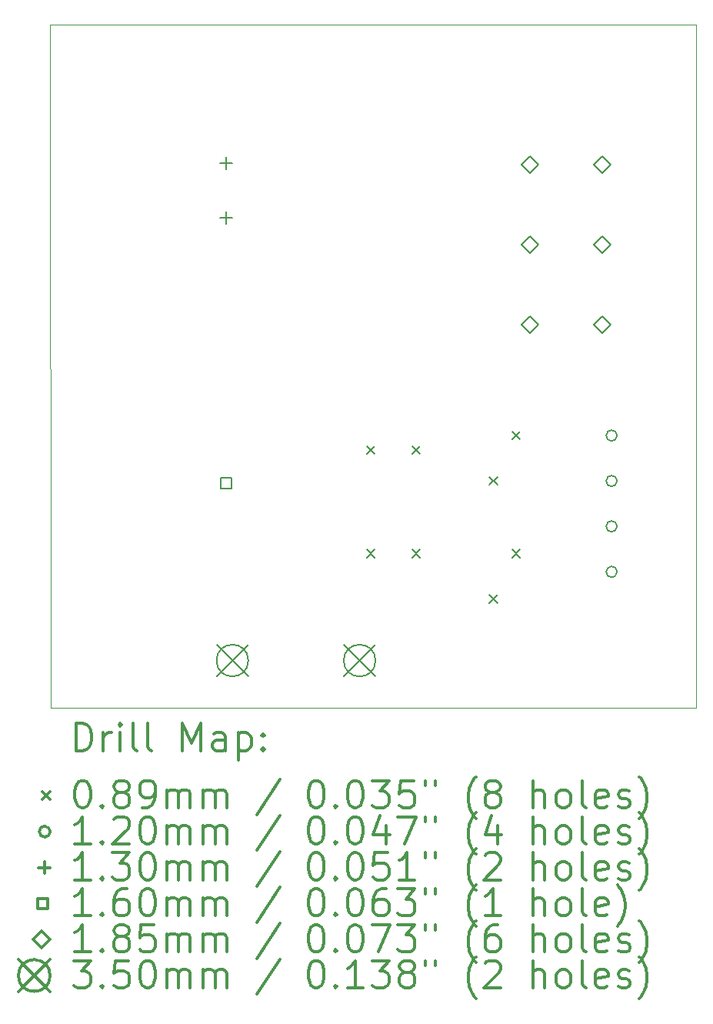
<source format=gbr>
%FSLAX45Y45*%
G04 Gerber Fmt 4.5, Leading zero omitted, Abs format (unit mm)*
G04 Created by KiCad (PCBNEW (5.1.6-0-10_14)) date 2020-08-23 23:08:51*
%MOMM*%
%LPD*%
G01*
G04 APERTURE LIST*
%TA.AperFunction,Profile*%
%ADD10C,0.050000*%
%TD*%
%ADD11C,0.200000*%
%ADD12C,0.300000*%
G04 APERTURE END LIST*
D10*
X18026000Y-6273800D02*
X10922000Y-6273800D01*
X18026000Y-13800000D02*
X18026000Y-6273800D01*
X10926140Y-13800000D02*
X18026000Y-13800000D01*
X10922000Y-6273800D02*
X10926140Y-13800000D01*
D11*
X14405750Y-12055750D02*
X14494250Y-12144250D01*
X14494250Y-12055750D02*
X14405750Y-12144250D01*
X14905750Y-12055750D02*
X14994250Y-12144250D01*
X14994250Y-12055750D02*
X14905750Y-12144250D01*
X15755750Y-11255750D02*
X15844250Y-11344250D01*
X15844250Y-11255750D02*
X15755750Y-11344250D01*
X16005750Y-10755750D02*
X16094250Y-10844250D01*
X16094250Y-10755750D02*
X16005750Y-10844250D01*
X14405750Y-10913590D02*
X14494250Y-11002090D01*
X14494250Y-10913590D02*
X14405750Y-11002090D01*
X14905750Y-10913590D02*
X14994250Y-11002090D01*
X14994250Y-10913590D02*
X14905750Y-11002090D01*
X15755750Y-12555750D02*
X15844250Y-12644250D01*
X15844250Y-12555750D02*
X15755750Y-12644250D01*
X16005750Y-12055750D02*
X16094250Y-12144250D01*
X16094250Y-12055750D02*
X16005750Y-12144250D01*
X17160000Y-10800000D02*
G75*
G03*
X17160000Y-10800000I-60000J0D01*
G01*
X17160000Y-11300000D02*
G75*
G03*
X17160000Y-11300000I-60000J0D01*
G01*
X17160000Y-11800000D02*
G75*
G03*
X17160000Y-11800000I-60000J0D01*
G01*
X17160000Y-12300000D02*
G75*
G03*
X17160000Y-12300000I-60000J0D01*
G01*
X12857440Y-7738180D02*
X12857440Y-7868180D01*
X12792440Y-7803180D02*
X12922440Y-7803180D01*
X12857440Y-8338180D02*
X12857440Y-8468180D01*
X12792440Y-8403180D02*
X12922440Y-8403180D01*
X12914009Y-11379749D02*
X12914009Y-11266611D01*
X12800871Y-11266611D01*
X12800871Y-11379749D01*
X12914009Y-11379749D01*
X16200000Y-7912500D02*
X16292500Y-7820000D01*
X16200000Y-7727500D01*
X16107500Y-7820000D01*
X16200000Y-7912500D01*
X16200000Y-8792500D02*
X16292500Y-8700000D01*
X16200000Y-8607500D01*
X16107500Y-8700000D01*
X16200000Y-8792500D01*
X16200000Y-9672500D02*
X16292500Y-9580000D01*
X16200000Y-9487500D01*
X16107500Y-9580000D01*
X16200000Y-9672500D01*
X17000000Y-7912500D02*
X17092500Y-7820000D01*
X17000000Y-7727500D01*
X16907500Y-7820000D01*
X17000000Y-7912500D01*
X17000000Y-8792500D02*
X17092500Y-8700000D01*
X17000000Y-8607500D01*
X16907500Y-8700000D01*
X17000000Y-8792500D01*
X17000000Y-9672500D02*
X17092500Y-9580000D01*
X17000000Y-9487500D01*
X16907500Y-9580000D01*
X17000000Y-9672500D01*
X14151000Y-13101000D02*
X14501000Y-13451000D01*
X14501000Y-13101000D02*
X14151000Y-13451000D01*
X14501000Y-13276000D02*
G75*
G03*
X14501000Y-13276000I-175000J0D01*
G01*
X12751000Y-13101000D02*
X13101000Y-13451000D01*
X13101000Y-13101000D02*
X12751000Y-13451000D01*
X13101000Y-13276000D02*
G75*
G03*
X13101000Y-13276000I-175000J0D01*
G01*
D12*
X11205928Y-14268214D02*
X11205928Y-13968214D01*
X11277357Y-13968214D01*
X11320214Y-13982500D01*
X11348786Y-14011071D01*
X11363071Y-14039643D01*
X11377357Y-14096786D01*
X11377357Y-14139643D01*
X11363071Y-14196786D01*
X11348786Y-14225357D01*
X11320214Y-14253929D01*
X11277357Y-14268214D01*
X11205928Y-14268214D01*
X11505928Y-14268214D02*
X11505928Y-14068214D01*
X11505928Y-14125357D02*
X11520214Y-14096786D01*
X11534500Y-14082500D01*
X11563071Y-14068214D01*
X11591643Y-14068214D01*
X11691643Y-14268214D02*
X11691643Y-14068214D01*
X11691643Y-13968214D02*
X11677357Y-13982500D01*
X11691643Y-13996786D01*
X11705928Y-13982500D01*
X11691643Y-13968214D01*
X11691643Y-13996786D01*
X11877357Y-14268214D02*
X11848786Y-14253929D01*
X11834500Y-14225357D01*
X11834500Y-13968214D01*
X12034500Y-14268214D02*
X12005928Y-14253929D01*
X11991643Y-14225357D01*
X11991643Y-13968214D01*
X12377357Y-14268214D02*
X12377357Y-13968214D01*
X12477357Y-14182500D01*
X12577357Y-13968214D01*
X12577357Y-14268214D01*
X12848786Y-14268214D02*
X12848786Y-14111071D01*
X12834500Y-14082500D01*
X12805928Y-14068214D01*
X12748786Y-14068214D01*
X12720214Y-14082500D01*
X12848786Y-14253929D02*
X12820214Y-14268214D01*
X12748786Y-14268214D01*
X12720214Y-14253929D01*
X12705928Y-14225357D01*
X12705928Y-14196786D01*
X12720214Y-14168214D01*
X12748786Y-14153929D01*
X12820214Y-14153929D01*
X12848786Y-14139643D01*
X12991643Y-14068214D02*
X12991643Y-14368214D01*
X12991643Y-14082500D02*
X13020214Y-14068214D01*
X13077357Y-14068214D01*
X13105928Y-14082500D01*
X13120214Y-14096786D01*
X13134500Y-14125357D01*
X13134500Y-14211071D01*
X13120214Y-14239643D01*
X13105928Y-14253929D01*
X13077357Y-14268214D01*
X13020214Y-14268214D01*
X12991643Y-14253929D01*
X13263071Y-14239643D02*
X13277357Y-14253929D01*
X13263071Y-14268214D01*
X13248786Y-14253929D01*
X13263071Y-14239643D01*
X13263071Y-14268214D01*
X13263071Y-14082500D02*
X13277357Y-14096786D01*
X13263071Y-14111071D01*
X13248786Y-14096786D01*
X13263071Y-14082500D01*
X13263071Y-14111071D01*
X10831000Y-14718250D02*
X10919500Y-14806750D01*
X10919500Y-14718250D02*
X10831000Y-14806750D01*
X11263071Y-14598214D02*
X11291643Y-14598214D01*
X11320214Y-14612500D01*
X11334500Y-14626786D01*
X11348786Y-14655357D01*
X11363071Y-14712500D01*
X11363071Y-14783929D01*
X11348786Y-14841071D01*
X11334500Y-14869643D01*
X11320214Y-14883929D01*
X11291643Y-14898214D01*
X11263071Y-14898214D01*
X11234500Y-14883929D01*
X11220214Y-14869643D01*
X11205928Y-14841071D01*
X11191643Y-14783929D01*
X11191643Y-14712500D01*
X11205928Y-14655357D01*
X11220214Y-14626786D01*
X11234500Y-14612500D01*
X11263071Y-14598214D01*
X11491643Y-14869643D02*
X11505928Y-14883929D01*
X11491643Y-14898214D01*
X11477357Y-14883929D01*
X11491643Y-14869643D01*
X11491643Y-14898214D01*
X11677357Y-14726786D02*
X11648786Y-14712500D01*
X11634500Y-14698214D01*
X11620214Y-14669643D01*
X11620214Y-14655357D01*
X11634500Y-14626786D01*
X11648786Y-14612500D01*
X11677357Y-14598214D01*
X11734500Y-14598214D01*
X11763071Y-14612500D01*
X11777357Y-14626786D01*
X11791643Y-14655357D01*
X11791643Y-14669643D01*
X11777357Y-14698214D01*
X11763071Y-14712500D01*
X11734500Y-14726786D01*
X11677357Y-14726786D01*
X11648786Y-14741071D01*
X11634500Y-14755357D01*
X11620214Y-14783929D01*
X11620214Y-14841071D01*
X11634500Y-14869643D01*
X11648786Y-14883929D01*
X11677357Y-14898214D01*
X11734500Y-14898214D01*
X11763071Y-14883929D01*
X11777357Y-14869643D01*
X11791643Y-14841071D01*
X11791643Y-14783929D01*
X11777357Y-14755357D01*
X11763071Y-14741071D01*
X11734500Y-14726786D01*
X11934500Y-14898214D02*
X11991643Y-14898214D01*
X12020214Y-14883929D01*
X12034500Y-14869643D01*
X12063071Y-14826786D01*
X12077357Y-14769643D01*
X12077357Y-14655357D01*
X12063071Y-14626786D01*
X12048786Y-14612500D01*
X12020214Y-14598214D01*
X11963071Y-14598214D01*
X11934500Y-14612500D01*
X11920214Y-14626786D01*
X11905928Y-14655357D01*
X11905928Y-14726786D01*
X11920214Y-14755357D01*
X11934500Y-14769643D01*
X11963071Y-14783929D01*
X12020214Y-14783929D01*
X12048786Y-14769643D01*
X12063071Y-14755357D01*
X12077357Y-14726786D01*
X12205928Y-14898214D02*
X12205928Y-14698214D01*
X12205928Y-14726786D02*
X12220214Y-14712500D01*
X12248786Y-14698214D01*
X12291643Y-14698214D01*
X12320214Y-14712500D01*
X12334500Y-14741071D01*
X12334500Y-14898214D01*
X12334500Y-14741071D02*
X12348786Y-14712500D01*
X12377357Y-14698214D01*
X12420214Y-14698214D01*
X12448786Y-14712500D01*
X12463071Y-14741071D01*
X12463071Y-14898214D01*
X12605928Y-14898214D02*
X12605928Y-14698214D01*
X12605928Y-14726786D02*
X12620214Y-14712500D01*
X12648786Y-14698214D01*
X12691643Y-14698214D01*
X12720214Y-14712500D01*
X12734500Y-14741071D01*
X12734500Y-14898214D01*
X12734500Y-14741071D02*
X12748786Y-14712500D01*
X12777357Y-14698214D01*
X12820214Y-14698214D01*
X12848786Y-14712500D01*
X12863071Y-14741071D01*
X12863071Y-14898214D01*
X13448786Y-14583929D02*
X13191643Y-14969643D01*
X13834500Y-14598214D02*
X13863071Y-14598214D01*
X13891643Y-14612500D01*
X13905928Y-14626786D01*
X13920214Y-14655357D01*
X13934500Y-14712500D01*
X13934500Y-14783929D01*
X13920214Y-14841071D01*
X13905928Y-14869643D01*
X13891643Y-14883929D01*
X13863071Y-14898214D01*
X13834500Y-14898214D01*
X13805928Y-14883929D01*
X13791643Y-14869643D01*
X13777357Y-14841071D01*
X13763071Y-14783929D01*
X13763071Y-14712500D01*
X13777357Y-14655357D01*
X13791643Y-14626786D01*
X13805928Y-14612500D01*
X13834500Y-14598214D01*
X14063071Y-14869643D02*
X14077357Y-14883929D01*
X14063071Y-14898214D01*
X14048786Y-14883929D01*
X14063071Y-14869643D01*
X14063071Y-14898214D01*
X14263071Y-14598214D02*
X14291643Y-14598214D01*
X14320214Y-14612500D01*
X14334500Y-14626786D01*
X14348786Y-14655357D01*
X14363071Y-14712500D01*
X14363071Y-14783929D01*
X14348786Y-14841071D01*
X14334500Y-14869643D01*
X14320214Y-14883929D01*
X14291643Y-14898214D01*
X14263071Y-14898214D01*
X14234500Y-14883929D01*
X14220214Y-14869643D01*
X14205928Y-14841071D01*
X14191643Y-14783929D01*
X14191643Y-14712500D01*
X14205928Y-14655357D01*
X14220214Y-14626786D01*
X14234500Y-14612500D01*
X14263071Y-14598214D01*
X14463071Y-14598214D02*
X14648786Y-14598214D01*
X14548786Y-14712500D01*
X14591643Y-14712500D01*
X14620214Y-14726786D01*
X14634500Y-14741071D01*
X14648786Y-14769643D01*
X14648786Y-14841071D01*
X14634500Y-14869643D01*
X14620214Y-14883929D01*
X14591643Y-14898214D01*
X14505928Y-14898214D01*
X14477357Y-14883929D01*
X14463071Y-14869643D01*
X14920214Y-14598214D02*
X14777357Y-14598214D01*
X14763071Y-14741071D01*
X14777357Y-14726786D01*
X14805928Y-14712500D01*
X14877357Y-14712500D01*
X14905928Y-14726786D01*
X14920214Y-14741071D01*
X14934500Y-14769643D01*
X14934500Y-14841071D01*
X14920214Y-14869643D01*
X14905928Y-14883929D01*
X14877357Y-14898214D01*
X14805928Y-14898214D01*
X14777357Y-14883929D01*
X14763071Y-14869643D01*
X15048786Y-14598214D02*
X15048786Y-14655357D01*
X15163071Y-14598214D02*
X15163071Y-14655357D01*
X15605928Y-15012500D02*
X15591643Y-14998214D01*
X15563071Y-14955357D01*
X15548786Y-14926786D01*
X15534500Y-14883929D01*
X15520214Y-14812500D01*
X15520214Y-14755357D01*
X15534500Y-14683929D01*
X15548786Y-14641071D01*
X15563071Y-14612500D01*
X15591643Y-14569643D01*
X15605928Y-14555357D01*
X15763071Y-14726786D02*
X15734500Y-14712500D01*
X15720214Y-14698214D01*
X15705928Y-14669643D01*
X15705928Y-14655357D01*
X15720214Y-14626786D01*
X15734500Y-14612500D01*
X15763071Y-14598214D01*
X15820214Y-14598214D01*
X15848786Y-14612500D01*
X15863071Y-14626786D01*
X15877357Y-14655357D01*
X15877357Y-14669643D01*
X15863071Y-14698214D01*
X15848786Y-14712500D01*
X15820214Y-14726786D01*
X15763071Y-14726786D01*
X15734500Y-14741071D01*
X15720214Y-14755357D01*
X15705928Y-14783929D01*
X15705928Y-14841071D01*
X15720214Y-14869643D01*
X15734500Y-14883929D01*
X15763071Y-14898214D01*
X15820214Y-14898214D01*
X15848786Y-14883929D01*
X15863071Y-14869643D01*
X15877357Y-14841071D01*
X15877357Y-14783929D01*
X15863071Y-14755357D01*
X15848786Y-14741071D01*
X15820214Y-14726786D01*
X16234500Y-14898214D02*
X16234500Y-14598214D01*
X16363071Y-14898214D02*
X16363071Y-14741071D01*
X16348786Y-14712500D01*
X16320214Y-14698214D01*
X16277357Y-14698214D01*
X16248786Y-14712500D01*
X16234500Y-14726786D01*
X16548786Y-14898214D02*
X16520214Y-14883929D01*
X16505928Y-14869643D01*
X16491643Y-14841071D01*
X16491643Y-14755357D01*
X16505928Y-14726786D01*
X16520214Y-14712500D01*
X16548786Y-14698214D01*
X16591643Y-14698214D01*
X16620214Y-14712500D01*
X16634500Y-14726786D01*
X16648786Y-14755357D01*
X16648786Y-14841071D01*
X16634500Y-14869643D01*
X16620214Y-14883929D01*
X16591643Y-14898214D01*
X16548786Y-14898214D01*
X16820214Y-14898214D02*
X16791643Y-14883929D01*
X16777357Y-14855357D01*
X16777357Y-14598214D01*
X17048786Y-14883929D02*
X17020214Y-14898214D01*
X16963071Y-14898214D01*
X16934500Y-14883929D01*
X16920214Y-14855357D01*
X16920214Y-14741071D01*
X16934500Y-14712500D01*
X16963071Y-14698214D01*
X17020214Y-14698214D01*
X17048786Y-14712500D01*
X17063071Y-14741071D01*
X17063071Y-14769643D01*
X16920214Y-14798214D01*
X17177357Y-14883929D02*
X17205928Y-14898214D01*
X17263071Y-14898214D01*
X17291643Y-14883929D01*
X17305928Y-14855357D01*
X17305928Y-14841071D01*
X17291643Y-14812500D01*
X17263071Y-14798214D01*
X17220214Y-14798214D01*
X17191643Y-14783929D01*
X17177357Y-14755357D01*
X17177357Y-14741071D01*
X17191643Y-14712500D01*
X17220214Y-14698214D01*
X17263071Y-14698214D01*
X17291643Y-14712500D01*
X17405928Y-15012500D02*
X17420214Y-14998214D01*
X17448786Y-14955357D01*
X17463071Y-14926786D01*
X17477357Y-14883929D01*
X17491643Y-14812500D01*
X17491643Y-14755357D01*
X17477357Y-14683929D01*
X17463071Y-14641071D01*
X17448786Y-14612500D01*
X17420214Y-14569643D01*
X17405928Y-14555357D01*
X10919500Y-15158500D02*
G75*
G03*
X10919500Y-15158500I-60000J0D01*
G01*
X11363071Y-15294214D02*
X11191643Y-15294214D01*
X11277357Y-15294214D02*
X11277357Y-14994214D01*
X11248786Y-15037071D01*
X11220214Y-15065643D01*
X11191643Y-15079929D01*
X11491643Y-15265643D02*
X11505928Y-15279929D01*
X11491643Y-15294214D01*
X11477357Y-15279929D01*
X11491643Y-15265643D01*
X11491643Y-15294214D01*
X11620214Y-15022786D02*
X11634500Y-15008500D01*
X11663071Y-14994214D01*
X11734500Y-14994214D01*
X11763071Y-15008500D01*
X11777357Y-15022786D01*
X11791643Y-15051357D01*
X11791643Y-15079929D01*
X11777357Y-15122786D01*
X11605928Y-15294214D01*
X11791643Y-15294214D01*
X11977357Y-14994214D02*
X12005928Y-14994214D01*
X12034500Y-15008500D01*
X12048786Y-15022786D01*
X12063071Y-15051357D01*
X12077357Y-15108500D01*
X12077357Y-15179929D01*
X12063071Y-15237071D01*
X12048786Y-15265643D01*
X12034500Y-15279929D01*
X12005928Y-15294214D01*
X11977357Y-15294214D01*
X11948786Y-15279929D01*
X11934500Y-15265643D01*
X11920214Y-15237071D01*
X11905928Y-15179929D01*
X11905928Y-15108500D01*
X11920214Y-15051357D01*
X11934500Y-15022786D01*
X11948786Y-15008500D01*
X11977357Y-14994214D01*
X12205928Y-15294214D02*
X12205928Y-15094214D01*
X12205928Y-15122786D02*
X12220214Y-15108500D01*
X12248786Y-15094214D01*
X12291643Y-15094214D01*
X12320214Y-15108500D01*
X12334500Y-15137071D01*
X12334500Y-15294214D01*
X12334500Y-15137071D02*
X12348786Y-15108500D01*
X12377357Y-15094214D01*
X12420214Y-15094214D01*
X12448786Y-15108500D01*
X12463071Y-15137071D01*
X12463071Y-15294214D01*
X12605928Y-15294214D02*
X12605928Y-15094214D01*
X12605928Y-15122786D02*
X12620214Y-15108500D01*
X12648786Y-15094214D01*
X12691643Y-15094214D01*
X12720214Y-15108500D01*
X12734500Y-15137071D01*
X12734500Y-15294214D01*
X12734500Y-15137071D02*
X12748786Y-15108500D01*
X12777357Y-15094214D01*
X12820214Y-15094214D01*
X12848786Y-15108500D01*
X12863071Y-15137071D01*
X12863071Y-15294214D01*
X13448786Y-14979929D02*
X13191643Y-15365643D01*
X13834500Y-14994214D02*
X13863071Y-14994214D01*
X13891643Y-15008500D01*
X13905928Y-15022786D01*
X13920214Y-15051357D01*
X13934500Y-15108500D01*
X13934500Y-15179929D01*
X13920214Y-15237071D01*
X13905928Y-15265643D01*
X13891643Y-15279929D01*
X13863071Y-15294214D01*
X13834500Y-15294214D01*
X13805928Y-15279929D01*
X13791643Y-15265643D01*
X13777357Y-15237071D01*
X13763071Y-15179929D01*
X13763071Y-15108500D01*
X13777357Y-15051357D01*
X13791643Y-15022786D01*
X13805928Y-15008500D01*
X13834500Y-14994214D01*
X14063071Y-15265643D02*
X14077357Y-15279929D01*
X14063071Y-15294214D01*
X14048786Y-15279929D01*
X14063071Y-15265643D01*
X14063071Y-15294214D01*
X14263071Y-14994214D02*
X14291643Y-14994214D01*
X14320214Y-15008500D01*
X14334500Y-15022786D01*
X14348786Y-15051357D01*
X14363071Y-15108500D01*
X14363071Y-15179929D01*
X14348786Y-15237071D01*
X14334500Y-15265643D01*
X14320214Y-15279929D01*
X14291643Y-15294214D01*
X14263071Y-15294214D01*
X14234500Y-15279929D01*
X14220214Y-15265643D01*
X14205928Y-15237071D01*
X14191643Y-15179929D01*
X14191643Y-15108500D01*
X14205928Y-15051357D01*
X14220214Y-15022786D01*
X14234500Y-15008500D01*
X14263071Y-14994214D01*
X14620214Y-15094214D02*
X14620214Y-15294214D01*
X14548786Y-14979929D02*
X14477357Y-15194214D01*
X14663071Y-15194214D01*
X14748786Y-14994214D02*
X14948786Y-14994214D01*
X14820214Y-15294214D01*
X15048786Y-14994214D02*
X15048786Y-15051357D01*
X15163071Y-14994214D02*
X15163071Y-15051357D01*
X15605928Y-15408500D02*
X15591643Y-15394214D01*
X15563071Y-15351357D01*
X15548786Y-15322786D01*
X15534500Y-15279929D01*
X15520214Y-15208500D01*
X15520214Y-15151357D01*
X15534500Y-15079929D01*
X15548786Y-15037071D01*
X15563071Y-15008500D01*
X15591643Y-14965643D01*
X15605928Y-14951357D01*
X15848786Y-15094214D02*
X15848786Y-15294214D01*
X15777357Y-14979929D02*
X15705928Y-15194214D01*
X15891643Y-15194214D01*
X16234500Y-15294214D02*
X16234500Y-14994214D01*
X16363071Y-15294214D02*
X16363071Y-15137071D01*
X16348786Y-15108500D01*
X16320214Y-15094214D01*
X16277357Y-15094214D01*
X16248786Y-15108500D01*
X16234500Y-15122786D01*
X16548786Y-15294214D02*
X16520214Y-15279929D01*
X16505928Y-15265643D01*
X16491643Y-15237071D01*
X16491643Y-15151357D01*
X16505928Y-15122786D01*
X16520214Y-15108500D01*
X16548786Y-15094214D01*
X16591643Y-15094214D01*
X16620214Y-15108500D01*
X16634500Y-15122786D01*
X16648786Y-15151357D01*
X16648786Y-15237071D01*
X16634500Y-15265643D01*
X16620214Y-15279929D01*
X16591643Y-15294214D01*
X16548786Y-15294214D01*
X16820214Y-15294214D02*
X16791643Y-15279929D01*
X16777357Y-15251357D01*
X16777357Y-14994214D01*
X17048786Y-15279929D02*
X17020214Y-15294214D01*
X16963071Y-15294214D01*
X16934500Y-15279929D01*
X16920214Y-15251357D01*
X16920214Y-15137071D01*
X16934500Y-15108500D01*
X16963071Y-15094214D01*
X17020214Y-15094214D01*
X17048786Y-15108500D01*
X17063071Y-15137071D01*
X17063071Y-15165643D01*
X16920214Y-15194214D01*
X17177357Y-15279929D02*
X17205928Y-15294214D01*
X17263071Y-15294214D01*
X17291643Y-15279929D01*
X17305928Y-15251357D01*
X17305928Y-15237071D01*
X17291643Y-15208500D01*
X17263071Y-15194214D01*
X17220214Y-15194214D01*
X17191643Y-15179929D01*
X17177357Y-15151357D01*
X17177357Y-15137071D01*
X17191643Y-15108500D01*
X17220214Y-15094214D01*
X17263071Y-15094214D01*
X17291643Y-15108500D01*
X17405928Y-15408500D02*
X17420214Y-15394214D01*
X17448786Y-15351357D01*
X17463071Y-15322786D01*
X17477357Y-15279929D01*
X17491643Y-15208500D01*
X17491643Y-15151357D01*
X17477357Y-15079929D01*
X17463071Y-15037071D01*
X17448786Y-15008500D01*
X17420214Y-14965643D01*
X17405928Y-14951357D01*
X10854500Y-15489500D02*
X10854500Y-15619500D01*
X10789500Y-15554500D02*
X10919500Y-15554500D01*
X11363071Y-15690214D02*
X11191643Y-15690214D01*
X11277357Y-15690214D02*
X11277357Y-15390214D01*
X11248786Y-15433071D01*
X11220214Y-15461643D01*
X11191643Y-15475929D01*
X11491643Y-15661643D02*
X11505928Y-15675929D01*
X11491643Y-15690214D01*
X11477357Y-15675929D01*
X11491643Y-15661643D01*
X11491643Y-15690214D01*
X11605928Y-15390214D02*
X11791643Y-15390214D01*
X11691643Y-15504500D01*
X11734500Y-15504500D01*
X11763071Y-15518786D01*
X11777357Y-15533071D01*
X11791643Y-15561643D01*
X11791643Y-15633071D01*
X11777357Y-15661643D01*
X11763071Y-15675929D01*
X11734500Y-15690214D01*
X11648786Y-15690214D01*
X11620214Y-15675929D01*
X11605928Y-15661643D01*
X11977357Y-15390214D02*
X12005928Y-15390214D01*
X12034500Y-15404500D01*
X12048786Y-15418786D01*
X12063071Y-15447357D01*
X12077357Y-15504500D01*
X12077357Y-15575929D01*
X12063071Y-15633071D01*
X12048786Y-15661643D01*
X12034500Y-15675929D01*
X12005928Y-15690214D01*
X11977357Y-15690214D01*
X11948786Y-15675929D01*
X11934500Y-15661643D01*
X11920214Y-15633071D01*
X11905928Y-15575929D01*
X11905928Y-15504500D01*
X11920214Y-15447357D01*
X11934500Y-15418786D01*
X11948786Y-15404500D01*
X11977357Y-15390214D01*
X12205928Y-15690214D02*
X12205928Y-15490214D01*
X12205928Y-15518786D02*
X12220214Y-15504500D01*
X12248786Y-15490214D01*
X12291643Y-15490214D01*
X12320214Y-15504500D01*
X12334500Y-15533071D01*
X12334500Y-15690214D01*
X12334500Y-15533071D02*
X12348786Y-15504500D01*
X12377357Y-15490214D01*
X12420214Y-15490214D01*
X12448786Y-15504500D01*
X12463071Y-15533071D01*
X12463071Y-15690214D01*
X12605928Y-15690214D02*
X12605928Y-15490214D01*
X12605928Y-15518786D02*
X12620214Y-15504500D01*
X12648786Y-15490214D01*
X12691643Y-15490214D01*
X12720214Y-15504500D01*
X12734500Y-15533071D01*
X12734500Y-15690214D01*
X12734500Y-15533071D02*
X12748786Y-15504500D01*
X12777357Y-15490214D01*
X12820214Y-15490214D01*
X12848786Y-15504500D01*
X12863071Y-15533071D01*
X12863071Y-15690214D01*
X13448786Y-15375929D02*
X13191643Y-15761643D01*
X13834500Y-15390214D02*
X13863071Y-15390214D01*
X13891643Y-15404500D01*
X13905928Y-15418786D01*
X13920214Y-15447357D01*
X13934500Y-15504500D01*
X13934500Y-15575929D01*
X13920214Y-15633071D01*
X13905928Y-15661643D01*
X13891643Y-15675929D01*
X13863071Y-15690214D01*
X13834500Y-15690214D01*
X13805928Y-15675929D01*
X13791643Y-15661643D01*
X13777357Y-15633071D01*
X13763071Y-15575929D01*
X13763071Y-15504500D01*
X13777357Y-15447357D01*
X13791643Y-15418786D01*
X13805928Y-15404500D01*
X13834500Y-15390214D01*
X14063071Y-15661643D02*
X14077357Y-15675929D01*
X14063071Y-15690214D01*
X14048786Y-15675929D01*
X14063071Y-15661643D01*
X14063071Y-15690214D01*
X14263071Y-15390214D02*
X14291643Y-15390214D01*
X14320214Y-15404500D01*
X14334500Y-15418786D01*
X14348786Y-15447357D01*
X14363071Y-15504500D01*
X14363071Y-15575929D01*
X14348786Y-15633071D01*
X14334500Y-15661643D01*
X14320214Y-15675929D01*
X14291643Y-15690214D01*
X14263071Y-15690214D01*
X14234500Y-15675929D01*
X14220214Y-15661643D01*
X14205928Y-15633071D01*
X14191643Y-15575929D01*
X14191643Y-15504500D01*
X14205928Y-15447357D01*
X14220214Y-15418786D01*
X14234500Y-15404500D01*
X14263071Y-15390214D01*
X14634500Y-15390214D02*
X14491643Y-15390214D01*
X14477357Y-15533071D01*
X14491643Y-15518786D01*
X14520214Y-15504500D01*
X14591643Y-15504500D01*
X14620214Y-15518786D01*
X14634500Y-15533071D01*
X14648786Y-15561643D01*
X14648786Y-15633071D01*
X14634500Y-15661643D01*
X14620214Y-15675929D01*
X14591643Y-15690214D01*
X14520214Y-15690214D01*
X14491643Y-15675929D01*
X14477357Y-15661643D01*
X14934500Y-15690214D02*
X14763071Y-15690214D01*
X14848786Y-15690214D02*
X14848786Y-15390214D01*
X14820214Y-15433071D01*
X14791643Y-15461643D01*
X14763071Y-15475929D01*
X15048786Y-15390214D02*
X15048786Y-15447357D01*
X15163071Y-15390214D02*
X15163071Y-15447357D01*
X15605928Y-15804500D02*
X15591643Y-15790214D01*
X15563071Y-15747357D01*
X15548786Y-15718786D01*
X15534500Y-15675929D01*
X15520214Y-15604500D01*
X15520214Y-15547357D01*
X15534500Y-15475929D01*
X15548786Y-15433071D01*
X15563071Y-15404500D01*
X15591643Y-15361643D01*
X15605928Y-15347357D01*
X15705928Y-15418786D02*
X15720214Y-15404500D01*
X15748786Y-15390214D01*
X15820214Y-15390214D01*
X15848786Y-15404500D01*
X15863071Y-15418786D01*
X15877357Y-15447357D01*
X15877357Y-15475929D01*
X15863071Y-15518786D01*
X15691643Y-15690214D01*
X15877357Y-15690214D01*
X16234500Y-15690214D02*
X16234500Y-15390214D01*
X16363071Y-15690214D02*
X16363071Y-15533071D01*
X16348786Y-15504500D01*
X16320214Y-15490214D01*
X16277357Y-15490214D01*
X16248786Y-15504500D01*
X16234500Y-15518786D01*
X16548786Y-15690214D02*
X16520214Y-15675929D01*
X16505928Y-15661643D01*
X16491643Y-15633071D01*
X16491643Y-15547357D01*
X16505928Y-15518786D01*
X16520214Y-15504500D01*
X16548786Y-15490214D01*
X16591643Y-15490214D01*
X16620214Y-15504500D01*
X16634500Y-15518786D01*
X16648786Y-15547357D01*
X16648786Y-15633071D01*
X16634500Y-15661643D01*
X16620214Y-15675929D01*
X16591643Y-15690214D01*
X16548786Y-15690214D01*
X16820214Y-15690214D02*
X16791643Y-15675929D01*
X16777357Y-15647357D01*
X16777357Y-15390214D01*
X17048786Y-15675929D02*
X17020214Y-15690214D01*
X16963071Y-15690214D01*
X16934500Y-15675929D01*
X16920214Y-15647357D01*
X16920214Y-15533071D01*
X16934500Y-15504500D01*
X16963071Y-15490214D01*
X17020214Y-15490214D01*
X17048786Y-15504500D01*
X17063071Y-15533071D01*
X17063071Y-15561643D01*
X16920214Y-15590214D01*
X17177357Y-15675929D02*
X17205928Y-15690214D01*
X17263071Y-15690214D01*
X17291643Y-15675929D01*
X17305928Y-15647357D01*
X17305928Y-15633071D01*
X17291643Y-15604500D01*
X17263071Y-15590214D01*
X17220214Y-15590214D01*
X17191643Y-15575929D01*
X17177357Y-15547357D01*
X17177357Y-15533071D01*
X17191643Y-15504500D01*
X17220214Y-15490214D01*
X17263071Y-15490214D01*
X17291643Y-15504500D01*
X17405928Y-15804500D02*
X17420214Y-15790214D01*
X17448786Y-15747357D01*
X17463071Y-15718786D01*
X17477357Y-15675929D01*
X17491643Y-15604500D01*
X17491643Y-15547357D01*
X17477357Y-15475929D01*
X17463071Y-15433071D01*
X17448786Y-15404500D01*
X17420214Y-15361643D01*
X17405928Y-15347357D01*
X10896069Y-16007069D02*
X10896069Y-15893931D01*
X10782931Y-15893931D01*
X10782931Y-16007069D01*
X10896069Y-16007069D01*
X11363071Y-16086214D02*
X11191643Y-16086214D01*
X11277357Y-16086214D02*
X11277357Y-15786214D01*
X11248786Y-15829071D01*
X11220214Y-15857643D01*
X11191643Y-15871929D01*
X11491643Y-16057643D02*
X11505928Y-16071929D01*
X11491643Y-16086214D01*
X11477357Y-16071929D01*
X11491643Y-16057643D01*
X11491643Y-16086214D01*
X11763071Y-15786214D02*
X11705928Y-15786214D01*
X11677357Y-15800500D01*
X11663071Y-15814786D01*
X11634500Y-15857643D01*
X11620214Y-15914786D01*
X11620214Y-16029071D01*
X11634500Y-16057643D01*
X11648786Y-16071929D01*
X11677357Y-16086214D01*
X11734500Y-16086214D01*
X11763071Y-16071929D01*
X11777357Y-16057643D01*
X11791643Y-16029071D01*
X11791643Y-15957643D01*
X11777357Y-15929071D01*
X11763071Y-15914786D01*
X11734500Y-15900500D01*
X11677357Y-15900500D01*
X11648786Y-15914786D01*
X11634500Y-15929071D01*
X11620214Y-15957643D01*
X11977357Y-15786214D02*
X12005928Y-15786214D01*
X12034500Y-15800500D01*
X12048786Y-15814786D01*
X12063071Y-15843357D01*
X12077357Y-15900500D01*
X12077357Y-15971929D01*
X12063071Y-16029071D01*
X12048786Y-16057643D01*
X12034500Y-16071929D01*
X12005928Y-16086214D01*
X11977357Y-16086214D01*
X11948786Y-16071929D01*
X11934500Y-16057643D01*
X11920214Y-16029071D01*
X11905928Y-15971929D01*
X11905928Y-15900500D01*
X11920214Y-15843357D01*
X11934500Y-15814786D01*
X11948786Y-15800500D01*
X11977357Y-15786214D01*
X12205928Y-16086214D02*
X12205928Y-15886214D01*
X12205928Y-15914786D02*
X12220214Y-15900500D01*
X12248786Y-15886214D01*
X12291643Y-15886214D01*
X12320214Y-15900500D01*
X12334500Y-15929071D01*
X12334500Y-16086214D01*
X12334500Y-15929071D02*
X12348786Y-15900500D01*
X12377357Y-15886214D01*
X12420214Y-15886214D01*
X12448786Y-15900500D01*
X12463071Y-15929071D01*
X12463071Y-16086214D01*
X12605928Y-16086214D02*
X12605928Y-15886214D01*
X12605928Y-15914786D02*
X12620214Y-15900500D01*
X12648786Y-15886214D01*
X12691643Y-15886214D01*
X12720214Y-15900500D01*
X12734500Y-15929071D01*
X12734500Y-16086214D01*
X12734500Y-15929071D02*
X12748786Y-15900500D01*
X12777357Y-15886214D01*
X12820214Y-15886214D01*
X12848786Y-15900500D01*
X12863071Y-15929071D01*
X12863071Y-16086214D01*
X13448786Y-15771929D02*
X13191643Y-16157643D01*
X13834500Y-15786214D02*
X13863071Y-15786214D01*
X13891643Y-15800500D01*
X13905928Y-15814786D01*
X13920214Y-15843357D01*
X13934500Y-15900500D01*
X13934500Y-15971929D01*
X13920214Y-16029071D01*
X13905928Y-16057643D01*
X13891643Y-16071929D01*
X13863071Y-16086214D01*
X13834500Y-16086214D01*
X13805928Y-16071929D01*
X13791643Y-16057643D01*
X13777357Y-16029071D01*
X13763071Y-15971929D01*
X13763071Y-15900500D01*
X13777357Y-15843357D01*
X13791643Y-15814786D01*
X13805928Y-15800500D01*
X13834500Y-15786214D01*
X14063071Y-16057643D02*
X14077357Y-16071929D01*
X14063071Y-16086214D01*
X14048786Y-16071929D01*
X14063071Y-16057643D01*
X14063071Y-16086214D01*
X14263071Y-15786214D02*
X14291643Y-15786214D01*
X14320214Y-15800500D01*
X14334500Y-15814786D01*
X14348786Y-15843357D01*
X14363071Y-15900500D01*
X14363071Y-15971929D01*
X14348786Y-16029071D01*
X14334500Y-16057643D01*
X14320214Y-16071929D01*
X14291643Y-16086214D01*
X14263071Y-16086214D01*
X14234500Y-16071929D01*
X14220214Y-16057643D01*
X14205928Y-16029071D01*
X14191643Y-15971929D01*
X14191643Y-15900500D01*
X14205928Y-15843357D01*
X14220214Y-15814786D01*
X14234500Y-15800500D01*
X14263071Y-15786214D01*
X14620214Y-15786214D02*
X14563071Y-15786214D01*
X14534500Y-15800500D01*
X14520214Y-15814786D01*
X14491643Y-15857643D01*
X14477357Y-15914786D01*
X14477357Y-16029071D01*
X14491643Y-16057643D01*
X14505928Y-16071929D01*
X14534500Y-16086214D01*
X14591643Y-16086214D01*
X14620214Y-16071929D01*
X14634500Y-16057643D01*
X14648786Y-16029071D01*
X14648786Y-15957643D01*
X14634500Y-15929071D01*
X14620214Y-15914786D01*
X14591643Y-15900500D01*
X14534500Y-15900500D01*
X14505928Y-15914786D01*
X14491643Y-15929071D01*
X14477357Y-15957643D01*
X14748786Y-15786214D02*
X14934500Y-15786214D01*
X14834500Y-15900500D01*
X14877357Y-15900500D01*
X14905928Y-15914786D01*
X14920214Y-15929071D01*
X14934500Y-15957643D01*
X14934500Y-16029071D01*
X14920214Y-16057643D01*
X14905928Y-16071929D01*
X14877357Y-16086214D01*
X14791643Y-16086214D01*
X14763071Y-16071929D01*
X14748786Y-16057643D01*
X15048786Y-15786214D02*
X15048786Y-15843357D01*
X15163071Y-15786214D02*
X15163071Y-15843357D01*
X15605928Y-16200500D02*
X15591643Y-16186214D01*
X15563071Y-16143357D01*
X15548786Y-16114786D01*
X15534500Y-16071929D01*
X15520214Y-16000500D01*
X15520214Y-15943357D01*
X15534500Y-15871929D01*
X15548786Y-15829071D01*
X15563071Y-15800500D01*
X15591643Y-15757643D01*
X15605928Y-15743357D01*
X15877357Y-16086214D02*
X15705928Y-16086214D01*
X15791643Y-16086214D02*
X15791643Y-15786214D01*
X15763071Y-15829071D01*
X15734500Y-15857643D01*
X15705928Y-15871929D01*
X16234500Y-16086214D02*
X16234500Y-15786214D01*
X16363071Y-16086214D02*
X16363071Y-15929071D01*
X16348786Y-15900500D01*
X16320214Y-15886214D01*
X16277357Y-15886214D01*
X16248786Y-15900500D01*
X16234500Y-15914786D01*
X16548786Y-16086214D02*
X16520214Y-16071929D01*
X16505928Y-16057643D01*
X16491643Y-16029071D01*
X16491643Y-15943357D01*
X16505928Y-15914786D01*
X16520214Y-15900500D01*
X16548786Y-15886214D01*
X16591643Y-15886214D01*
X16620214Y-15900500D01*
X16634500Y-15914786D01*
X16648786Y-15943357D01*
X16648786Y-16029071D01*
X16634500Y-16057643D01*
X16620214Y-16071929D01*
X16591643Y-16086214D01*
X16548786Y-16086214D01*
X16820214Y-16086214D02*
X16791643Y-16071929D01*
X16777357Y-16043357D01*
X16777357Y-15786214D01*
X17048786Y-16071929D02*
X17020214Y-16086214D01*
X16963071Y-16086214D01*
X16934500Y-16071929D01*
X16920214Y-16043357D01*
X16920214Y-15929071D01*
X16934500Y-15900500D01*
X16963071Y-15886214D01*
X17020214Y-15886214D01*
X17048786Y-15900500D01*
X17063071Y-15929071D01*
X17063071Y-15957643D01*
X16920214Y-15986214D01*
X17163071Y-16200500D02*
X17177357Y-16186214D01*
X17205928Y-16143357D01*
X17220214Y-16114786D01*
X17234500Y-16071929D01*
X17248786Y-16000500D01*
X17248786Y-15943357D01*
X17234500Y-15871929D01*
X17220214Y-15829071D01*
X17205928Y-15800500D01*
X17177357Y-15757643D01*
X17163071Y-15743357D01*
X10827000Y-16439000D02*
X10919500Y-16346500D01*
X10827000Y-16254000D01*
X10734500Y-16346500D01*
X10827000Y-16439000D01*
X11363071Y-16482214D02*
X11191643Y-16482214D01*
X11277357Y-16482214D02*
X11277357Y-16182214D01*
X11248786Y-16225071D01*
X11220214Y-16253643D01*
X11191643Y-16267929D01*
X11491643Y-16453643D02*
X11505928Y-16467929D01*
X11491643Y-16482214D01*
X11477357Y-16467929D01*
X11491643Y-16453643D01*
X11491643Y-16482214D01*
X11677357Y-16310786D02*
X11648786Y-16296500D01*
X11634500Y-16282214D01*
X11620214Y-16253643D01*
X11620214Y-16239357D01*
X11634500Y-16210786D01*
X11648786Y-16196500D01*
X11677357Y-16182214D01*
X11734500Y-16182214D01*
X11763071Y-16196500D01*
X11777357Y-16210786D01*
X11791643Y-16239357D01*
X11791643Y-16253643D01*
X11777357Y-16282214D01*
X11763071Y-16296500D01*
X11734500Y-16310786D01*
X11677357Y-16310786D01*
X11648786Y-16325071D01*
X11634500Y-16339357D01*
X11620214Y-16367929D01*
X11620214Y-16425071D01*
X11634500Y-16453643D01*
X11648786Y-16467929D01*
X11677357Y-16482214D01*
X11734500Y-16482214D01*
X11763071Y-16467929D01*
X11777357Y-16453643D01*
X11791643Y-16425071D01*
X11791643Y-16367929D01*
X11777357Y-16339357D01*
X11763071Y-16325071D01*
X11734500Y-16310786D01*
X12063071Y-16182214D02*
X11920214Y-16182214D01*
X11905928Y-16325071D01*
X11920214Y-16310786D01*
X11948786Y-16296500D01*
X12020214Y-16296500D01*
X12048786Y-16310786D01*
X12063071Y-16325071D01*
X12077357Y-16353643D01*
X12077357Y-16425071D01*
X12063071Y-16453643D01*
X12048786Y-16467929D01*
X12020214Y-16482214D01*
X11948786Y-16482214D01*
X11920214Y-16467929D01*
X11905928Y-16453643D01*
X12205928Y-16482214D02*
X12205928Y-16282214D01*
X12205928Y-16310786D02*
X12220214Y-16296500D01*
X12248786Y-16282214D01*
X12291643Y-16282214D01*
X12320214Y-16296500D01*
X12334500Y-16325071D01*
X12334500Y-16482214D01*
X12334500Y-16325071D02*
X12348786Y-16296500D01*
X12377357Y-16282214D01*
X12420214Y-16282214D01*
X12448786Y-16296500D01*
X12463071Y-16325071D01*
X12463071Y-16482214D01*
X12605928Y-16482214D02*
X12605928Y-16282214D01*
X12605928Y-16310786D02*
X12620214Y-16296500D01*
X12648786Y-16282214D01*
X12691643Y-16282214D01*
X12720214Y-16296500D01*
X12734500Y-16325071D01*
X12734500Y-16482214D01*
X12734500Y-16325071D02*
X12748786Y-16296500D01*
X12777357Y-16282214D01*
X12820214Y-16282214D01*
X12848786Y-16296500D01*
X12863071Y-16325071D01*
X12863071Y-16482214D01*
X13448786Y-16167929D02*
X13191643Y-16553643D01*
X13834500Y-16182214D02*
X13863071Y-16182214D01*
X13891643Y-16196500D01*
X13905928Y-16210786D01*
X13920214Y-16239357D01*
X13934500Y-16296500D01*
X13934500Y-16367929D01*
X13920214Y-16425071D01*
X13905928Y-16453643D01*
X13891643Y-16467929D01*
X13863071Y-16482214D01*
X13834500Y-16482214D01*
X13805928Y-16467929D01*
X13791643Y-16453643D01*
X13777357Y-16425071D01*
X13763071Y-16367929D01*
X13763071Y-16296500D01*
X13777357Y-16239357D01*
X13791643Y-16210786D01*
X13805928Y-16196500D01*
X13834500Y-16182214D01*
X14063071Y-16453643D02*
X14077357Y-16467929D01*
X14063071Y-16482214D01*
X14048786Y-16467929D01*
X14063071Y-16453643D01*
X14063071Y-16482214D01*
X14263071Y-16182214D02*
X14291643Y-16182214D01*
X14320214Y-16196500D01*
X14334500Y-16210786D01*
X14348786Y-16239357D01*
X14363071Y-16296500D01*
X14363071Y-16367929D01*
X14348786Y-16425071D01*
X14334500Y-16453643D01*
X14320214Y-16467929D01*
X14291643Y-16482214D01*
X14263071Y-16482214D01*
X14234500Y-16467929D01*
X14220214Y-16453643D01*
X14205928Y-16425071D01*
X14191643Y-16367929D01*
X14191643Y-16296500D01*
X14205928Y-16239357D01*
X14220214Y-16210786D01*
X14234500Y-16196500D01*
X14263071Y-16182214D01*
X14463071Y-16182214D02*
X14663071Y-16182214D01*
X14534500Y-16482214D01*
X14748786Y-16182214D02*
X14934500Y-16182214D01*
X14834500Y-16296500D01*
X14877357Y-16296500D01*
X14905928Y-16310786D01*
X14920214Y-16325071D01*
X14934500Y-16353643D01*
X14934500Y-16425071D01*
X14920214Y-16453643D01*
X14905928Y-16467929D01*
X14877357Y-16482214D01*
X14791643Y-16482214D01*
X14763071Y-16467929D01*
X14748786Y-16453643D01*
X15048786Y-16182214D02*
X15048786Y-16239357D01*
X15163071Y-16182214D02*
X15163071Y-16239357D01*
X15605928Y-16596500D02*
X15591643Y-16582214D01*
X15563071Y-16539357D01*
X15548786Y-16510786D01*
X15534500Y-16467929D01*
X15520214Y-16396500D01*
X15520214Y-16339357D01*
X15534500Y-16267929D01*
X15548786Y-16225071D01*
X15563071Y-16196500D01*
X15591643Y-16153643D01*
X15605928Y-16139357D01*
X15848786Y-16182214D02*
X15791643Y-16182214D01*
X15763071Y-16196500D01*
X15748786Y-16210786D01*
X15720214Y-16253643D01*
X15705928Y-16310786D01*
X15705928Y-16425071D01*
X15720214Y-16453643D01*
X15734500Y-16467929D01*
X15763071Y-16482214D01*
X15820214Y-16482214D01*
X15848786Y-16467929D01*
X15863071Y-16453643D01*
X15877357Y-16425071D01*
X15877357Y-16353643D01*
X15863071Y-16325071D01*
X15848786Y-16310786D01*
X15820214Y-16296500D01*
X15763071Y-16296500D01*
X15734500Y-16310786D01*
X15720214Y-16325071D01*
X15705928Y-16353643D01*
X16234500Y-16482214D02*
X16234500Y-16182214D01*
X16363071Y-16482214D02*
X16363071Y-16325071D01*
X16348786Y-16296500D01*
X16320214Y-16282214D01*
X16277357Y-16282214D01*
X16248786Y-16296500D01*
X16234500Y-16310786D01*
X16548786Y-16482214D02*
X16520214Y-16467929D01*
X16505928Y-16453643D01*
X16491643Y-16425071D01*
X16491643Y-16339357D01*
X16505928Y-16310786D01*
X16520214Y-16296500D01*
X16548786Y-16282214D01*
X16591643Y-16282214D01*
X16620214Y-16296500D01*
X16634500Y-16310786D01*
X16648786Y-16339357D01*
X16648786Y-16425071D01*
X16634500Y-16453643D01*
X16620214Y-16467929D01*
X16591643Y-16482214D01*
X16548786Y-16482214D01*
X16820214Y-16482214D02*
X16791643Y-16467929D01*
X16777357Y-16439357D01*
X16777357Y-16182214D01*
X17048786Y-16467929D02*
X17020214Y-16482214D01*
X16963071Y-16482214D01*
X16934500Y-16467929D01*
X16920214Y-16439357D01*
X16920214Y-16325071D01*
X16934500Y-16296500D01*
X16963071Y-16282214D01*
X17020214Y-16282214D01*
X17048786Y-16296500D01*
X17063071Y-16325071D01*
X17063071Y-16353643D01*
X16920214Y-16382214D01*
X17177357Y-16467929D02*
X17205928Y-16482214D01*
X17263071Y-16482214D01*
X17291643Y-16467929D01*
X17305928Y-16439357D01*
X17305928Y-16425071D01*
X17291643Y-16396500D01*
X17263071Y-16382214D01*
X17220214Y-16382214D01*
X17191643Y-16367929D01*
X17177357Y-16339357D01*
X17177357Y-16325071D01*
X17191643Y-16296500D01*
X17220214Y-16282214D01*
X17263071Y-16282214D01*
X17291643Y-16296500D01*
X17405928Y-16596500D02*
X17420214Y-16582214D01*
X17448786Y-16539357D01*
X17463071Y-16510786D01*
X17477357Y-16467929D01*
X17491643Y-16396500D01*
X17491643Y-16339357D01*
X17477357Y-16267929D01*
X17463071Y-16225071D01*
X17448786Y-16196500D01*
X17420214Y-16153643D01*
X17405928Y-16139357D01*
X10569500Y-16567500D02*
X10919500Y-16917500D01*
X10919500Y-16567500D02*
X10569500Y-16917500D01*
X10919500Y-16742500D02*
G75*
G03*
X10919500Y-16742500I-175000J0D01*
G01*
X11177357Y-16578214D02*
X11363071Y-16578214D01*
X11263071Y-16692500D01*
X11305928Y-16692500D01*
X11334500Y-16706786D01*
X11348786Y-16721071D01*
X11363071Y-16749643D01*
X11363071Y-16821072D01*
X11348786Y-16849643D01*
X11334500Y-16863929D01*
X11305928Y-16878214D01*
X11220214Y-16878214D01*
X11191643Y-16863929D01*
X11177357Y-16849643D01*
X11491643Y-16849643D02*
X11505928Y-16863929D01*
X11491643Y-16878214D01*
X11477357Y-16863929D01*
X11491643Y-16849643D01*
X11491643Y-16878214D01*
X11777357Y-16578214D02*
X11634500Y-16578214D01*
X11620214Y-16721071D01*
X11634500Y-16706786D01*
X11663071Y-16692500D01*
X11734500Y-16692500D01*
X11763071Y-16706786D01*
X11777357Y-16721071D01*
X11791643Y-16749643D01*
X11791643Y-16821072D01*
X11777357Y-16849643D01*
X11763071Y-16863929D01*
X11734500Y-16878214D01*
X11663071Y-16878214D01*
X11634500Y-16863929D01*
X11620214Y-16849643D01*
X11977357Y-16578214D02*
X12005928Y-16578214D01*
X12034500Y-16592500D01*
X12048786Y-16606786D01*
X12063071Y-16635357D01*
X12077357Y-16692500D01*
X12077357Y-16763929D01*
X12063071Y-16821072D01*
X12048786Y-16849643D01*
X12034500Y-16863929D01*
X12005928Y-16878214D01*
X11977357Y-16878214D01*
X11948786Y-16863929D01*
X11934500Y-16849643D01*
X11920214Y-16821072D01*
X11905928Y-16763929D01*
X11905928Y-16692500D01*
X11920214Y-16635357D01*
X11934500Y-16606786D01*
X11948786Y-16592500D01*
X11977357Y-16578214D01*
X12205928Y-16878214D02*
X12205928Y-16678214D01*
X12205928Y-16706786D02*
X12220214Y-16692500D01*
X12248786Y-16678214D01*
X12291643Y-16678214D01*
X12320214Y-16692500D01*
X12334500Y-16721071D01*
X12334500Y-16878214D01*
X12334500Y-16721071D02*
X12348786Y-16692500D01*
X12377357Y-16678214D01*
X12420214Y-16678214D01*
X12448786Y-16692500D01*
X12463071Y-16721071D01*
X12463071Y-16878214D01*
X12605928Y-16878214D02*
X12605928Y-16678214D01*
X12605928Y-16706786D02*
X12620214Y-16692500D01*
X12648786Y-16678214D01*
X12691643Y-16678214D01*
X12720214Y-16692500D01*
X12734500Y-16721071D01*
X12734500Y-16878214D01*
X12734500Y-16721071D02*
X12748786Y-16692500D01*
X12777357Y-16678214D01*
X12820214Y-16678214D01*
X12848786Y-16692500D01*
X12863071Y-16721071D01*
X12863071Y-16878214D01*
X13448786Y-16563929D02*
X13191643Y-16949643D01*
X13834500Y-16578214D02*
X13863071Y-16578214D01*
X13891643Y-16592500D01*
X13905928Y-16606786D01*
X13920214Y-16635357D01*
X13934500Y-16692500D01*
X13934500Y-16763929D01*
X13920214Y-16821072D01*
X13905928Y-16849643D01*
X13891643Y-16863929D01*
X13863071Y-16878214D01*
X13834500Y-16878214D01*
X13805928Y-16863929D01*
X13791643Y-16849643D01*
X13777357Y-16821072D01*
X13763071Y-16763929D01*
X13763071Y-16692500D01*
X13777357Y-16635357D01*
X13791643Y-16606786D01*
X13805928Y-16592500D01*
X13834500Y-16578214D01*
X14063071Y-16849643D02*
X14077357Y-16863929D01*
X14063071Y-16878214D01*
X14048786Y-16863929D01*
X14063071Y-16849643D01*
X14063071Y-16878214D01*
X14363071Y-16878214D02*
X14191643Y-16878214D01*
X14277357Y-16878214D02*
X14277357Y-16578214D01*
X14248786Y-16621071D01*
X14220214Y-16649643D01*
X14191643Y-16663929D01*
X14463071Y-16578214D02*
X14648786Y-16578214D01*
X14548786Y-16692500D01*
X14591643Y-16692500D01*
X14620214Y-16706786D01*
X14634500Y-16721071D01*
X14648786Y-16749643D01*
X14648786Y-16821072D01*
X14634500Y-16849643D01*
X14620214Y-16863929D01*
X14591643Y-16878214D01*
X14505928Y-16878214D01*
X14477357Y-16863929D01*
X14463071Y-16849643D01*
X14820214Y-16706786D02*
X14791643Y-16692500D01*
X14777357Y-16678214D01*
X14763071Y-16649643D01*
X14763071Y-16635357D01*
X14777357Y-16606786D01*
X14791643Y-16592500D01*
X14820214Y-16578214D01*
X14877357Y-16578214D01*
X14905928Y-16592500D01*
X14920214Y-16606786D01*
X14934500Y-16635357D01*
X14934500Y-16649643D01*
X14920214Y-16678214D01*
X14905928Y-16692500D01*
X14877357Y-16706786D01*
X14820214Y-16706786D01*
X14791643Y-16721071D01*
X14777357Y-16735357D01*
X14763071Y-16763929D01*
X14763071Y-16821072D01*
X14777357Y-16849643D01*
X14791643Y-16863929D01*
X14820214Y-16878214D01*
X14877357Y-16878214D01*
X14905928Y-16863929D01*
X14920214Y-16849643D01*
X14934500Y-16821072D01*
X14934500Y-16763929D01*
X14920214Y-16735357D01*
X14905928Y-16721071D01*
X14877357Y-16706786D01*
X15048786Y-16578214D02*
X15048786Y-16635357D01*
X15163071Y-16578214D02*
X15163071Y-16635357D01*
X15605928Y-16992500D02*
X15591643Y-16978214D01*
X15563071Y-16935357D01*
X15548786Y-16906786D01*
X15534500Y-16863929D01*
X15520214Y-16792500D01*
X15520214Y-16735357D01*
X15534500Y-16663929D01*
X15548786Y-16621071D01*
X15563071Y-16592500D01*
X15591643Y-16549643D01*
X15605928Y-16535357D01*
X15705928Y-16606786D02*
X15720214Y-16592500D01*
X15748786Y-16578214D01*
X15820214Y-16578214D01*
X15848786Y-16592500D01*
X15863071Y-16606786D01*
X15877357Y-16635357D01*
X15877357Y-16663929D01*
X15863071Y-16706786D01*
X15691643Y-16878214D01*
X15877357Y-16878214D01*
X16234500Y-16878214D02*
X16234500Y-16578214D01*
X16363071Y-16878214D02*
X16363071Y-16721071D01*
X16348786Y-16692500D01*
X16320214Y-16678214D01*
X16277357Y-16678214D01*
X16248786Y-16692500D01*
X16234500Y-16706786D01*
X16548786Y-16878214D02*
X16520214Y-16863929D01*
X16505928Y-16849643D01*
X16491643Y-16821072D01*
X16491643Y-16735357D01*
X16505928Y-16706786D01*
X16520214Y-16692500D01*
X16548786Y-16678214D01*
X16591643Y-16678214D01*
X16620214Y-16692500D01*
X16634500Y-16706786D01*
X16648786Y-16735357D01*
X16648786Y-16821072D01*
X16634500Y-16849643D01*
X16620214Y-16863929D01*
X16591643Y-16878214D01*
X16548786Y-16878214D01*
X16820214Y-16878214D02*
X16791643Y-16863929D01*
X16777357Y-16835357D01*
X16777357Y-16578214D01*
X17048786Y-16863929D02*
X17020214Y-16878214D01*
X16963071Y-16878214D01*
X16934500Y-16863929D01*
X16920214Y-16835357D01*
X16920214Y-16721071D01*
X16934500Y-16692500D01*
X16963071Y-16678214D01*
X17020214Y-16678214D01*
X17048786Y-16692500D01*
X17063071Y-16721071D01*
X17063071Y-16749643D01*
X16920214Y-16778214D01*
X17177357Y-16863929D02*
X17205928Y-16878214D01*
X17263071Y-16878214D01*
X17291643Y-16863929D01*
X17305928Y-16835357D01*
X17305928Y-16821072D01*
X17291643Y-16792500D01*
X17263071Y-16778214D01*
X17220214Y-16778214D01*
X17191643Y-16763929D01*
X17177357Y-16735357D01*
X17177357Y-16721071D01*
X17191643Y-16692500D01*
X17220214Y-16678214D01*
X17263071Y-16678214D01*
X17291643Y-16692500D01*
X17405928Y-16992500D02*
X17420214Y-16978214D01*
X17448786Y-16935357D01*
X17463071Y-16906786D01*
X17477357Y-16863929D01*
X17491643Y-16792500D01*
X17491643Y-16735357D01*
X17477357Y-16663929D01*
X17463071Y-16621071D01*
X17448786Y-16592500D01*
X17420214Y-16549643D01*
X17405928Y-16535357D01*
M02*

</source>
